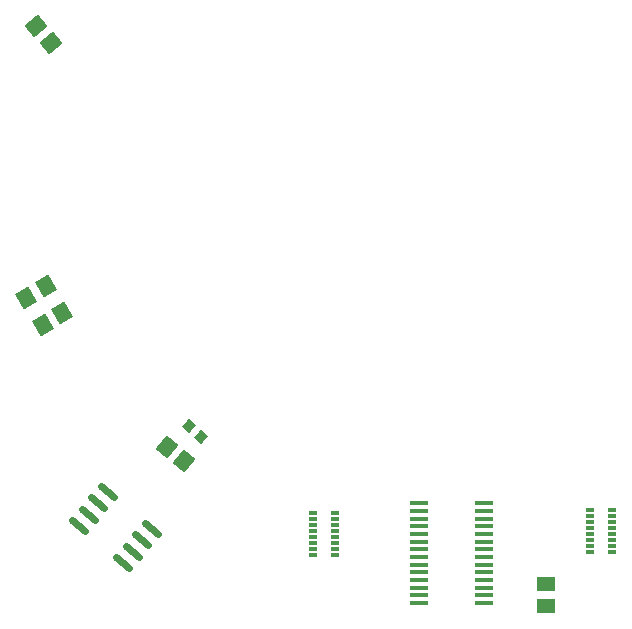
<source format=gbr>
G04 Layer_Color=128*
%FSLAX26Y26*%
%MOIN*%
%TF.FileFunction,Paste,Bot*%
%TF.Part,Single*%
%TFFileComment,Halloween PCB
Pumpkin Badge
V1
Gadorach
(W.W.S.)*%
G01*
G75*
%TA.AperFunction,SMDPad,CuDef*%
G04:AMPARAMS|DCode=19|XSize=35.433mil|YSize=31.496mil|CornerRadius=0mil|HoleSize=0mil|Usage=FLASHONLY|Rotation=230.000|XOffset=0mil|YOffset=0mil|HoleType=Round|Shape=Rectangle|*
%AMROTATEDRECTD19*
4,1,4,-0.000676,0.023694,0.023452,0.003449,0.000676,-0.023694,-0.023452,-0.003449,-0.000676,0.023694,0.0*
%
%ADD19ROTATEDRECTD19*%

G04:AMPARAMS|DCode=36|XSize=59.055mil|YSize=51.181mil|CornerRadius=0mil|HoleSize=0mil|Usage=FLASHONLY|Rotation=220.000|XOffset=0mil|YOffset=0mil|HoleType=Round|Shape=Rectangle|*
%AMROTATEDRECTD36*
4,1,4,0.006170,0.038584,0.039069,-0.000624,-0.006170,-0.038584,-0.039069,0.000624,0.006170,0.038584,0.0*
%
%ADD36ROTATEDRECTD36*%

G04:AMPARAMS|DCode=37|XSize=23.622mil|YSize=80.709mil|CornerRadius=0mil|HoleSize=0mil|Usage=FLASHONLY|Rotation=50.000|XOffset=0mil|YOffset=0mil|HoleType=Round|Shape=Round|*
%AMOVALD37*
21,1,0.057087,0.023622,0.000000,0.000000,140.0*
1,1,0.023622,0.021865,-0.018347*
1,1,0.023622,-0.021865,0.018347*
%
%ADD37OVALD37*%

G04:AMPARAMS|DCode=38|XSize=59.055mil|YSize=51.181mil|CornerRadius=0mil|HoleSize=0mil|Usage=FLASHONLY|Rotation=120.000|XOffset=0mil|YOffset=0mil|HoleType=Round|Shape=Rectangle|*
%AMROTATEDRECTD38*
4,1,4,0.036926,-0.012776,-0.007398,-0.038367,-0.036926,0.012776,0.007398,0.038367,0.036926,-0.012776,0.0*
%
%ADD38ROTATEDRECTD38*%

%ADD39R,0.059055X0.051181*%
G04:AMPARAMS|DCode=40|XSize=59.055mil|YSize=51.181mil|CornerRadius=0mil|HoleSize=0mil|Usage=FLASHONLY|Rotation=50.000|XOffset=0mil|YOffset=0mil|HoleType=Round|Shape=Rectangle|*
%AMROTATEDRECTD40*
4,1,4,0.000624,-0.039069,-0.038584,-0.006170,-0.000624,0.039069,0.038584,0.006170,0.000624,-0.039069,0.0*
%
%ADD40ROTATEDRECTD40*%

%ADD41R,0.030000X0.014000*%
%ADD42R,0.064961X0.011811*%
D19*
X3099582Y2133140D02*
D03*
X3141804Y2097710D02*
D03*
D36*
X2639459Y3409878D02*
D03*
X2591377Y3467181D02*
D03*
D37*
X2977172Y1791448D02*
D03*
X2945034Y1753146D02*
D03*
X2912894Y1714842D02*
D03*
X2880754Y1676542D02*
D03*
X2830900Y1914184D02*
D03*
X2798762Y1875882D02*
D03*
X2766622Y1837580D02*
D03*
X2734482Y1799278D02*
D03*
D38*
X2557610Y2561300D02*
D03*
X2622390Y2598700D02*
D03*
X2612610Y2471300D02*
D03*
X2677390Y2508700D02*
D03*
D39*
X4290000Y1607402D02*
D03*
Y1532598D02*
D03*
D40*
X3027282Y2064178D02*
D03*
X3084584Y2016096D02*
D03*
D41*
X4511500Y1715000D02*
D03*
Y1735000D02*
D03*
Y1755000D02*
D03*
Y1775000D02*
D03*
Y1795000D02*
D03*
Y1815000D02*
D03*
Y1835000D02*
D03*
Y1855000D02*
D03*
X4438500D02*
D03*
Y1835000D02*
D03*
Y1815000D02*
D03*
Y1795000D02*
D03*
Y1775000D02*
D03*
Y1755000D02*
D03*
Y1735000D02*
D03*
Y1715000D02*
D03*
X3515000Y1845000D02*
D03*
Y1825000D02*
D03*
Y1805000D02*
D03*
Y1785000D02*
D03*
Y1765000D02*
D03*
Y1745000D02*
D03*
Y1725000D02*
D03*
Y1705000D02*
D03*
X3588000D02*
D03*
Y1725000D02*
D03*
Y1745000D02*
D03*
Y1765000D02*
D03*
Y1785000D02*
D03*
Y1805000D02*
D03*
Y1825000D02*
D03*
Y1845000D02*
D03*
D42*
X3865748Y1543662D02*
D03*
Y1569252D02*
D03*
Y1594842D02*
D03*
Y1620434D02*
D03*
Y1646024D02*
D03*
Y1671614D02*
D03*
Y1697204D02*
D03*
Y1722796D02*
D03*
Y1748386D02*
D03*
Y1773976D02*
D03*
Y1799566D02*
D03*
Y1825158D02*
D03*
Y1850748D02*
D03*
Y1876338D02*
D03*
X4084252Y1543662D02*
D03*
Y1569252D02*
D03*
Y1594842D02*
D03*
Y1620434D02*
D03*
Y1646024D02*
D03*
Y1671614D02*
D03*
Y1697204D02*
D03*
Y1722796D02*
D03*
Y1748386D02*
D03*
Y1773976D02*
D03*
Y1799566D02*
D03*
Y1825158D02*
D03*
Y1850748D02*
D03*
Y1876338D02*
D03*
%TF.MD5,56cc35af1332360416e2eb31c87ea531*%
M02*

</source>
